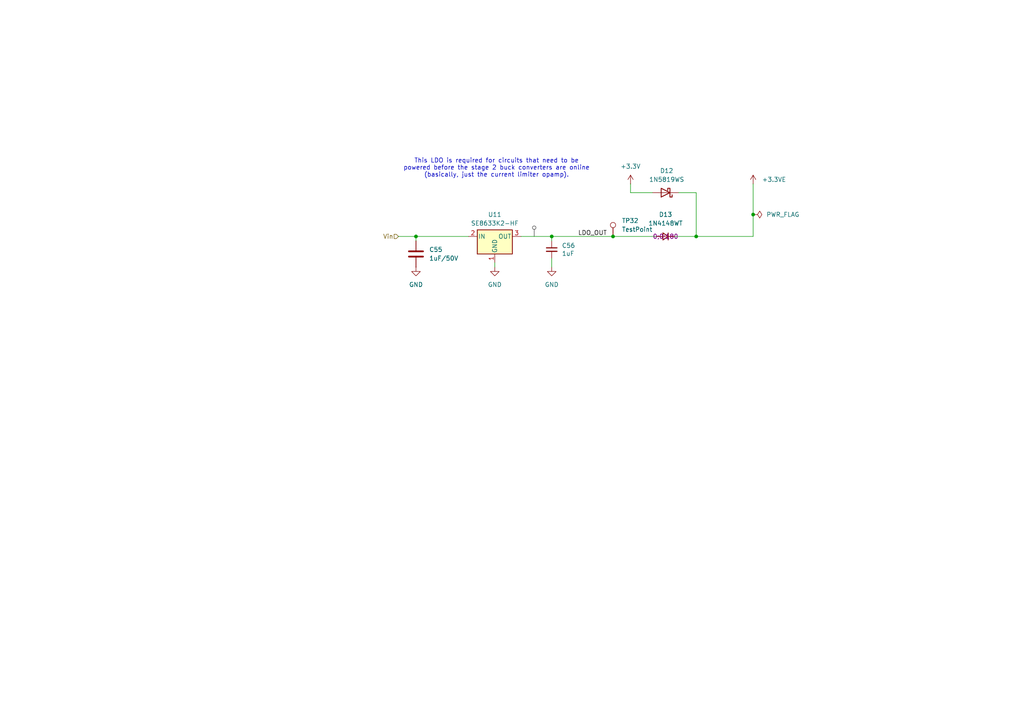
<source format=kicad_sch>
(kicad_sch (version 20250114) (generator "eeschema") (generator_version "9.0")
  (paper "A4")
  (title_block (title "HALPI2") (date "2025-03-27") (rev "v0.2.0") (company "Hat Labs Oy") (comment 1 "https://ohwr.org/cern_ohl_s_v2.pdf") (comment 2 "To view a copy of this license, visit ") (comment 3 "HALPI2 is licensed under CERN-OHL-S v2."))
  (lib_symbols
    (symbol "Connector:TestPoint" (pin_numbers (hide yes)) (pin_names (offset 0.762) (hide yes))
      (property "Reference" "TP" (at 0 6.858 0))
      (property "Value" "TestPoint" (at 0 5.08 0))
      (symbol "TestPoint_0_1"
        (circle (center 0 3.302) (radius 0.762))
      )
      (symbol "TestPoint_1_1"
        (pin passive line (at 0 0 90) (length 2.54) (name "1") (number "1"))
      )
    )
    (symbol "Device:C" (pin_numbers (hide yes)) (pin_names (offset 0.254))
      (property "Reference" "C" (at 0.635 2.54 0))
      (property "Value" "C" (at 0.635 -2.54 0))
      (symbol "C_0_1"
        (polyline (pts (xy -2.032 0.762) (xy 2.032 0.762)) (stroke (width 0.508)))
        (polyline (pts (xy -2.032 -0.762) (xy 2.032 -0.762)) (stroke (width 0.508)))
      )
      (symbol "C_1_1"
        (pin passive line (at 0 3.81 270) (length 2.794) (name "~") (number "1"))
        (pin passive line (at 0 -3.81 90) (length 2.794) (name "~") (number "2"))
      )
    )
    (symbol "Device:C_Small" (pin_numbers (hide yes)) (pin_names (offset 0.254) (hide yes))
      (property "Reference" "C" (at 0.254 1.778 0))
      (property "Value" "C_Small" (at 0.254 -2.032 0))
      (symbol "C_Small_0_1"
        (polyline (pts (xy -1.524 0.508) (xy 1.524 0.508)) (stroke (width 0.3048)))
        (polyline (pts (xy -1.524 -0.508) (xy 1.524 -0.508)) (stroke (width 0.3302)))
      )
      (symbol "C_Small_1_1"
        (pin passive line (at 0 2.54 270) (length 2.032) (name "~") (number "1"))
        (pin passive line (at 0 -2.54 90) (length 2.032) (name "~") (number "2"))
      )
    )
    (symbol "Device:D_Schottky" (pin_numbers (hide yes)) (pin_names (offset 1.016) (hide yes))
      (property "Reference" "D" (at 0 2.54 0))
      (property "Value" "D_Schottky" (at 0 -2.54 0))
      (symbol "D_Schottky_0_1"
        (polyline (pts (xy -1.905 0.635) (xy -1.905 1.27) (xy -1.27 1.27) (xy -1.27 -1.27) (xy -0.635 -1.27) (xy -0.635 -0.635)) (stroke (width 0.254)))
        (polyline (pts (xy 1.27 1.27) (xy 1.27 -1.27) (xy -1.27 0) (xy 1.27 1.27)) (stroke (width 0.254)))
        (polyline (pts (xy 1.27 0) (xy -1.27 0)))
      )
      (symbol "D_Schottky_1_1"
        (pin passive line (at -3.81 0 0) (length 2.54) (name "K") (number "1"))
        (pin passive line (at 3.81 0 180) (length 2.54) (name "A") (number "2"))
      )
    )
    (symbol "Device:D_Small" (pin_numbers (hide yes)) (pin_names (offset 0.254) (hide yes))
      (property "Reference" "D" (at -1.27 2.032 0))
      (property "Value" "D_Small" (at -3.81 -2.032 0))
      (symbol "D_Small_0_1"
        (polyline (pts (xy -0.762 0) (xy 0.762 0)))
        (polyline (pts (xy -0.762 -1.016) (xy -0.762 1.016)) (stroke (width 0.254)))
        (polyline (pts (xy 0.762 -1.016) (xy -0.762 0) (xy 0.762 1.016) (xy 0.762 -1.016)) (stroke (width 0.254)))
      )
      (symbol "D_Small_1_1"
        (pin passive line (at -2.54 0 0) (length 1.778) (name "K") (number "1"))
        (pin passive line (at 2.54 0 180) (length 1.778) (name "A") (number "2"))
      )
    )
    (symbol "Hatlabs:SE8633K2-HF" (pin_names (offset 0.254))
      (property "Reference" "U" (at -3.81 3.175 0))
      (property "Value" "SE8633K2-HF" (at 0 3.175 0))
      (symbol "SE8633K2-HF_0_1"
        (rectangle (start -5.08 1.905) (end 5.08 -5.08) (stroke (width 0.254)) (fill (type background)))
      )
      (symbol "SE8633K2-HF_1_1"
        (pin power_in line (at -7.62 0 0) (length 2.54) (name "IN") (number "2"))
        (pin power_in line (at 0 -7.62 90) (length 2.54) (name "GND") (number "1"))
        (pin power_out line (at 7.62 0 180) (length 2.54) (name "OUT") (number "3"))
      )
    )
    (symbol "power:+3.3V" (power) (pin_numbers (hide yes)) (pin_names (offset 0) (hide yes))
      (property "Value" "+3.3V" (at 0 3.556 0))
      (symbol "+3.3V_0_1"
        (polyline (pts (xy -0.762 1.27) (xy 0 2.54)))
        (polyline (pts (xy 0 2.54) (xy 0.762 1.27)))
        (polyline (pts (xy 0 0) (xy 0 2.54)))
      )
      (symbol "+3.3V_1_1"
        (pin power_in line (at 0 0 90) (length 0) (name "~") (number "1"))
      )
    )
    (symbol "power:+3V3" (power) (pin_numbers (hide yes)) (pin_names (offset 0) (hide yes))
      (property "Value" "+3V3" (at 0 3.556 0))
      (symbol "+3V3_0_1"
        (polyline (pts (xy -0.762 1.27) (xy 0 2.54)))
        (polyline (pts (xy 0 2.54) (xy 0.762 1.27)))
        (polyline (pts (xy 0 0) (xy 0 2.54)))
      )
      (symbol "+3V3_1_1"
        (pin power_in line (at 0 0 90) (length 0) (name "~") (number "1"))
      )
    )
    (symbol "power:GND" (power) (pin_numbers (hide yes)) (pin_names (offset 0) (hide yes))
      (property "Value" "GND" (at 0 -3.81 0))
      (symbol "GND_0_1"
        (polyline (pts (xy 0 0) (xy 0 -1.27) (xy 1.27 -1.27) (xy 0 -2.54) (xy -1.27 -1.27) (xy 0 -1.27)))
      )
      (symbol "GND_1_1"
        (pin power_in line (at 0 0 270) (length 0) (name "~") (number "1"))
      )
    )
    (symbol "power:PWR_FLAG" (power) (pin_numbers (hide yes)) (pin_names (offset 0) (hide yes))
      (property "Value" "PWR_FLAG" (at 0 3.81 0))
      (symbol "PWR_FLAG_0_0"
        (pin power_out line (at 0 0 90) (length 0) (name "~") (number "1"))
      )
      (symbol "PWR_FLAG_0_1"
        (polyline (pts (xy 0 0) (xy 0 1.27) (xy -1.016 1.905) (xy 0 2.54) (xy 1.016 1.905) (xy 0 1.27)))
      )
    )
  )
  (text "This LDO is required for circuits that need to be\npowered before the stage 2 buck converters are online\n(basically, just the current limiter opamp)." (at 144.018 48.768 0) (effects (font (size 1.27 1.27))))
  (junction (at 177.8 68.58))
  (junction (at 160.02 68.58))
  (junction (at 120.65 68.58))
  (junction (at 201.93 68.58))
  (junction (at 218.44 62.23))
  (wire (pts (xy 160.02 68.58) (xy 160.02 69.85)))
  (wire (pts (xy 143.51 76.2) (xy 143.51 77.47)))
  (wire (pts (xy 160.02 68.58) (xy 151.13 68.58)))
  (wire (pts (xy 120.65 68.58) (xy 135.89 68.58)))
  (wire (pts (xy 177.8 68.58) (xy 190.5 68.58)))
  (wire (pts (xy 218.44 53.34) (xy 218.44 62.23)))
  (wire (pts (xy 160.02 77.47) (xy 160.02 74.93)))
  (wire (pts (xy 160.02 68.58) (xy 177.8 68.58)))
  (wire (pts (xy 120.65 68.58) (xy 120.65 69.85)))
  (wire (pts (xy 218.44 68.58) (xy 201.93 68.58)))
  (wire (pts (xy 195.58 68.58) (xy 201.93 68.58)))
  (wire (pts (xy 182.88 55.88) (xy 189.23 55.88)))
  (wire (pts (xy 218.44 62.23) (xy 218.44 68.58)))
  (wire (pts (xy 201.93 55.88) (xy 201.93 68.58)))
  (wire (pts (xy 196.85 55.88) (xy 201.93 55.88)))
  (wire (pts (xy 115.57 68.58) (xy 120.65 68.58)))
  (wire (pts (xy 182.88 53.34) (xy 182.88 55.88)))
  (label "LDO_OUT" (at 167.64 68.58 0))
  (hierarchical_label "Vin" (shape input) (at 115.57 68.58 180))
  (netclass_flag "" (length 2.54) (shape round) (at 154.94 68.58 0) (property "Netclass" "Power" (effects (hide yes))))
  (symbol (lib_id "Connector:TestPoint") (at 177.8 68.58 0) (unit 1)
    (property "Reference" "TP32" (at 180.34 64.0079 0) (effects (justify left)))
    (property "Value" "TestPoint" (at 180.34 66.5479 0) (effects (justify left)))
    (property "Footprint" "TestPoint:TestPoint_Pad_D1.0mm" (effects (hide yes)))
    (property "Description" "test point" (effects (hide yes)))
  )
  (symbol (lib_id "Device:D_Schottky") (at 193.04 55.88 180) (unit 1)
    (property "Reference" "D12" (at 193.3575 49.53 0))
    (property "Value" "1N5819WS" (at 193.3575 52.07 0))
    (property "Footprint" "Diode_SMD:D_SOD-323" (effects (hide yes)))
    (property "Description" "Schottky diode" (effects (hide yes)))
    (property "LCSC" "C191023" (effects (hide yes)))
  )
  (symbol (lib_id "Device:D_Small") (at 193.04 68.58 180) (unit 1)
    (property "Reference" "D13" (at 193.04 62.23 0))
    (property "Value" "1N4148WT" (at 193.04 64.77 0))
    (property "Footprint" "Diode_SMD:D_SOD-523" (effects (hide yes)))
    (property "Description" "Diode, small symbol" (effects (hide yes)))
    (property "Sim.Device" "D" (effects (hide yes)))
    (property "Sim.Pins" "1=K 2=A" (effects (hide yes)))
    (property "LCSC" "C7420320" (effects (hide yes)))
    (property "JLCPCB_CORRECTION" "0;0;180" (at 193.04 68.58 0))
  )
  (symbol (lib_id "power:GND") (at 120.65 77.47 0) (unit 1)
    (property "Reference" "#PWR071" (effects (hide yes)))
    (property "Value" "GND" (at 120.65 82.55 0))
    (property "Description" "Power symbol creates a global label with name \"GND\" , ground" (effects (hide yes)))
  )
  (symbol (lib_id "power:+3V3") (at 218.44 53.34 0) (unit 1)
    (property "Reference" "#PWR075" (effects (hide yes)))
    (property "Value" "+3.3VE" (at 220.98 52.0699 0) (effects (justify left)))
    (property "Description" "Power symbol creates a global label with name \"+3V3\"" (effects (hide yes)))
  )
  (symbol (lib_id "Device:C") (at 120.65 73.66 0) (unit 1)
    (property "Reference" "C55" (at 124.46 72.3899 0) (effects (justify left)))
    (property "Value" "1uF/50V" (at 124.46 74.9299 0) (effects (justify left)))
    (property "Footprint" "Capacitor_SMD:C_0603_1608Metric" (effects (hide yes)))
    (property "Description" "Unpolarized capacitor" (effects (hide yes)))
    (property "LCSC" "C15849" (effects (hide yes)))
  )
  (symbol (lib_id "power:GND") (at 160.02 77.47 0) (unit 1)
    (property "Reference" "#PWR073" (effects (hide yes)))
    (property "Value" "GND" (at 160.02 82.55 0))
    (property "Description" "Power symbol creates a global label with name \"GND\" , ground" (effects (hide yes)))
  )
  (symbol (lib_id "power:+3.3V") (at 182.88 53.34 0) (unit 1)
    (property "Reference" "#PWR074" (effects (hide yes)))
    (property "Value" "+3.3V" (at 182.88 48.26 0))
    (property "Description" "Power symbol creates a global label with name \"+3.3V\"" (effects (hide yes)))
  )
  (symbol (lib_id "Device:C_Small") (at 160.02 72.39 0) (unit 1)
    (property "Reference" "C56" (at 162.941 71.2216 0) (effects (justify left)))
    (property "Value" "1uF" (at 162.941 73.533 0) (effects (justify left)))
    (property "Footprint" "Capacitor_SMD:C_0603_1608Metric" (effects (hide yes)))
    (property "LCSC" "C15849" (effects (hide yes)))
  )
  (symbol (lib_id "Hatlabs:SE8633K2-HF") (at 143.51 68.58 0) (unit 1)
    (property "Reference" "U11" (at 143.51 62.23 0))
    (property "Value" "SE8633K2-HF" (at 143.51 64.77 0))
    (property "Footprint" "Package_TO_SOT_SMD:SOT-89-3" (effects (hide yes)))
    (property "Datasheet" "https://www.lcsc.com/datasheet/lcsc_datasheet_2312041046_Seaward-Elec-SE8633K2-HF_C496614.pdf" (effects (hide yes)))
    (property "Description" "200mA 85dB Fixed 3.3V Positive electrode 80V SOT-89-3 Voltage Regulators - Linear, Low Drop Out (LDO) Regulators ROHS" (effects (hide yes)))
    (property "LCSC" "C496614" (effects (hide yes)))
    (property "JLCPCB_CORRECTION" "-0.5;0;180" (effects (hide yes)))
  )
  (symbol (lib_id "power:PWR_FLAG") (at 218.44 62.23 270) (unit 1)
    (property "Reference" "#FLG010" (effects (hide yes)))
    (property "Value" "PWR_FLAG" (at 222.25 62.2299 90) (effects (justify left)))
    (property "Description" "Special symbol for telling ERC where power comes from" (effects (hide yes)))
  )
  (symbol (lib_id "power:GND") (at 143.51 77.47 0) (unit 1)
    (property "Reference" "#PWR072" (effects (hide yes)))
    (property "Value" "GND" (at 143.51 82.55 0))
    (property "Description" "Power symbol creates a global label with name \"GND\" , ground" (effects (hide yes)))
  )
)
</source>
